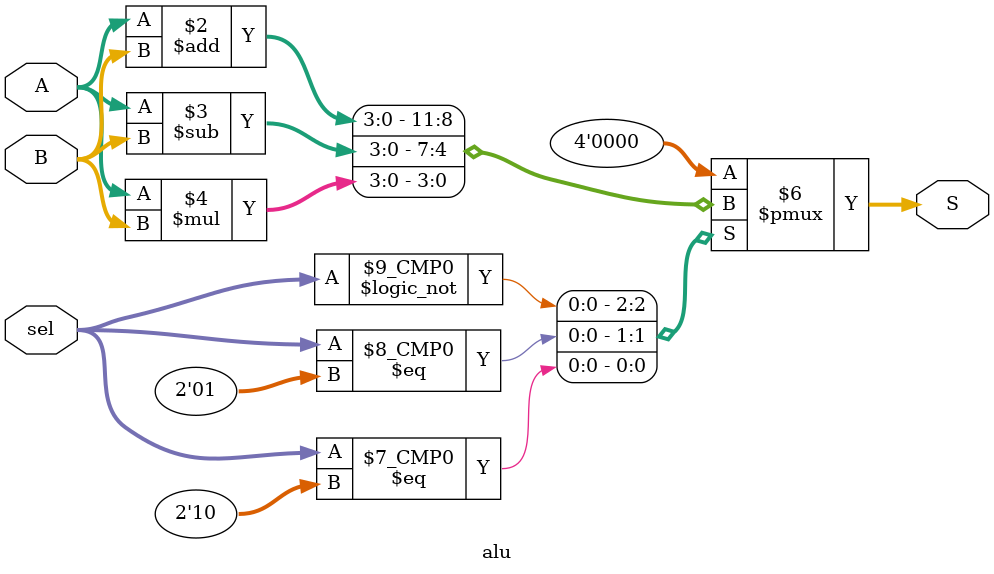
<source format=v>
module alu (
  input [2:0] A,
  input [2:0] B,
  input [1:0] sel,
  output reg [3:0] S
);
  
  always@(*)
  case(sel)
     2'b00:S=A+B;
     2'b01:S=A-B;
     2'b10:S=A*B;
     default:S=4'b0000;
  endcase	 
 
endmodule

</source>
